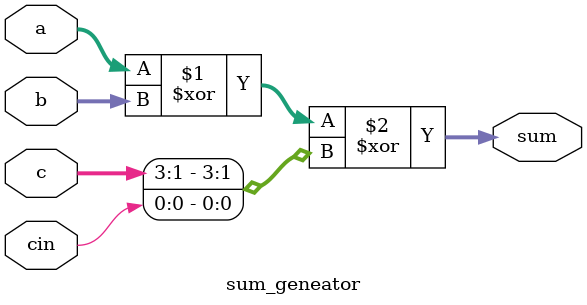
<source format=v>
module CLA_4bit(a,b,cin,sum);

    input  [3:0] a,b;
    input cin;
    output [3:0] sum;
    
    wire [3:0] g,p;
	wire [3:1] c;

    //generate g & p
    gp_generator gp_geneator1(a[3:0],b[3:0],g[3:0],p[3:0]); 
    
    //generate all carrys 
    carry_generator carry_geneator_c0(g[3:0],p[3:0],cin,c[3:1]);

    //generate sum
    sum_geneator geneate_sum(a[3:0],b[3:0],cin,c[3:1],sum[3:0]);    

endmodule

module gp_generator(a,b,g,p);

    input  [3:0] a,b;
    output [3:0] g,p;
    
    assign g = a & b;   // g = a x b
    assign p = a | b;   // p = a + b


endmodule

module carry_generator(g,p,cin,c);

    input [3:0] g,p;
    input cin;
    output [3:1] c;

    //create carries
    assign c[1] = g[0] | (p[0] & cin);
    assign c[2] = g[1] | (p[1] & g[0]) | (p[1] & p[0] & cin);
    assign c[3] = g[2] | (p[2] & g[1]) | (p[2] & p[1] & g[0]) | (p[2] & p[1] & p[0] & cin);
	
endmodule

module sum_geneator(a,b,cin,c,sum);

    input  [3:0] a,b;
    input cin;
	input  [3:1] c;
    output [3:0] sum;

    assign sum = a ^ b ^ {c,cin};

endmodule

</source>
